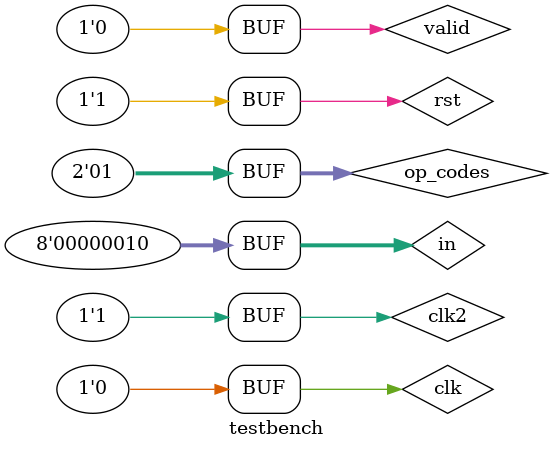
<source format=sv>
module testbench();
  
  reg clk, rst, start, q_zero,q_minus_one, a_seven, cnt_7, clk2;
  
  reg [1 : 0] op_codes;
  
  wire ready;
  
  reg valid;
  
  reg [7 : 0] in;
  
  wire [7 : 0] o;
  
  alu Alu(.in(in), .op_codes(op_codes), .valid(valid), .clk(clk), .clk2(clk2), .rst(rst), .o(o), .ready(ready));
  
  initial begin
    $dumpfile("dump.vcd");
    $dumpvars(0);
    op_codes = 2'b01;
    #10; 
    valid = 1;
    in = 3;
    #10;
    #10;
    valid = 0;
    in = 2;
    #10;
    #10;
    #10;
    #10;
    #10;
    #10;
    #10;
    #10;
    #10;
    #10;
    #10;
    #10;
    #10;
    #10;
    #10;
    #10;
    #10;
    #10;
    #10;
    #10;
    #10;
    #10;
  end
  
  initial begin
    integer i;
    clk = 0;
    rst = 0;
    #10;
    clk2 = 1;
    rst = 1;
    for(i = 0;i < 100;i = i + 1) begin
      clk = ~clk;
      clk2 = ~clk2;
      #10;
    end
  end
  
endmodule
  
  

</source>
